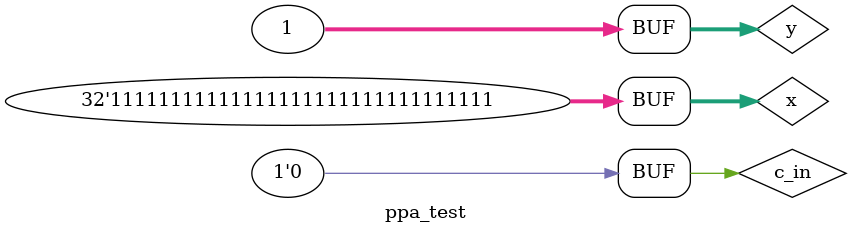
<source format=v>
`timescale 1ns / 1ps


module ppa_test;

	// Inputs
	reg [31:0] x;
	reg [31:0] y;
	reg c_in;

	// Outputs
	wire [31:0] s;
	wire c_out;

	// Instantiate the Unit Under Test (UUT)
	ppa uut (
		.x(x), 
		.y(y), 
		.c_in(c_in), 
		.s(s), 
		.c_out(c_out)
	);

	initial begin
		// Initialize Inputs
		x = 0;
		y = 0;
		c_in = 0;

		// Wait 100 ns for global reset to finish
		#100;
      x = 4294967295;
		y = 1;
		// Add stimulus here

	end
      
endmodule


</source>
